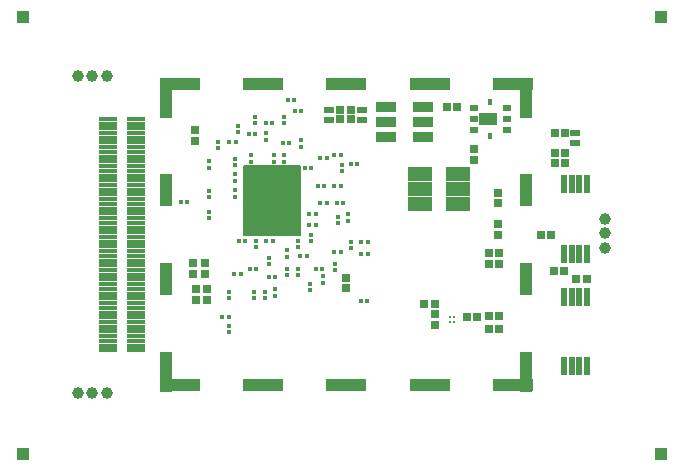
<source format=gbs>
G04 (created by PCBNEW (2013-07-07 BZR 4022)-stable) date 19/11/2015 00:50:25*
%MOIN*%
G04 Gerber Fmt 3.4, Leading zero omitted, Abs format*
%FSLAX34Y34*%
G01*
G70*
G90*
G04 APERTURE LIST*
%ADD10C,0.00590551*%
%ADD11R,0.0216535X0.0610236*%
%ADD12R,0.043137X0.043137*%
%ADD13R,0.0273X0.0273*%
%ADD14R,0.0177165X0.015748*%
%ADD15R,0.015748X0.0177165*%
%ADD16R,0.0645669X0.0401575*%
%ADD17R,0.015748X0.019685*%
%ADD18R,0.0275591X0.019685*%
%ADD19R,0.0803X0.0453*%
%ADD20C,0.0393701*%
%ADD21R,0.133858X0.0433071*%
%ADD22R,0.0433071X0.133858*%
%ADD23R,0.0433071X0.106299*%
%ADD24R,0.0606299X0.0129921*%
%ADD25R,0.0688976X0.0338583*%
%ADD26R,0.0337X0.0218*%
%ADD27C,0.0125984*%
%ADD28C,0.00787402*%
G04 APERTURE END LIST*
G54D10*
G54D11*
X79832Y-57696D03*
X79576Y-57696D03*
X79320Y-57696D03*
X79064Y-57696D03*
X79064Y-55374D03*
X79320Y-55374D03*
X79576Y-55374D03*
X79832Y-55374D03*
G54D12*
X61023Y-60629D03*
X61023Y-46062D03*
X82283Y-60629D03*
X82283Y-46062D03*
G54D13*
X67106Y-54606D03*
X67106Y-54252D03*
X66811Y-55118D03*
X66811Y-55472D03*
X67165Y-55118D03*
X67165Y-55472D03*
X76555Y-56023D03*
X76909Y-56023D03*
G54D14*
X67893Y-56348D03*
X67893Y-56564D03*
G54D11*
X79064Y-51633D03*
X79320Y-51633D03*
X79576Y-51633D03*
X79832Y-51633D03*
X79832Y-53956D03*
X79576Y-53956D03*
X79320Y-53956D03*
X79064Y-53956D03*
G54D14*
X67244Y-51840D03*
X67244Y-52057D03*
X69232Y-54084D03*
X69232Y-54301D03*
X69822Y-54045D03*
X69822Y-53828D03*
X69114Y-55423D03*
X69114Y-55206D03*
G54D15*
X67883Y-56062D03*
X67667Y-56062D03*
X69438Y-54724D03*
X69222Y-54724D03*
X66289Y-52204D03*
X66505Y-52204D03*
G54D14*
X71870Y-52844D03*
X71870Y-52627D03*
G54D15*
X70580Y-52618D03*
X70797Y-52618D03*
G54D14*
X68110Y-52037D03*
X68110Y-51820D03*
G54D15*
X68218Y-53523D03*
X68435Y-53523D03*
X69143Y-53523D03*
X69360Y-53523D03*
G54D14*
X67224Y-52765D03*
X67224Y-52549D03*
X70187Y-53730D03*
X70187Y-53513D03*
X70314Y-50383D03*
X70314Y-50167D03*
X68188Y-49891D03*
X68188Y-49675D03*
G54D15*
X70068Y-48818D03*
X69852Y-48818D03*
G54D14*
X69744Y-49596D03*
X69744Y-49379D03*
G54D15*
X72293Y-55511D03*
X72509Y-55511D03*
G54D14*
X68740Y-55206D03*
X68740Y-55423D03*
X70590Y-54950D03*
X70590Y-55167D03*
X70187Y-54438D03*
X70187Y-54655D03*
G54D15*
X72175Y-50964D03*
X71958Y-50964D03*
G54D14*
X71653Y-51190D03*
X71653Y-50974D03*
G54D15*
X71624Y-53897D03*
X71407Y-53897D03*
X72312Y-53956D03*
X72529Y-53956D03*
G54D14*
X71968Y-53769D03*
X71968Y-53553D03*
X71023Y-54911D03*
X71023Y-54694D03*
G54D15*
X70797Y-54448D03*
X71013Y-54448D03*
G54D14*
X67893Y-55423D03*
X67893Y-55206D03*
G54D15*
X71624Y-50669D03*
X71407Y-50669D03*
X70935Y-50767D03*
X71151Y-50767D03*
G54D14*
X69744Y-50659D03*
X69744Y-50875D03*
G54D15*
X69694Y-50255D03*
X69911Y-50255D03*
X68120Y-50216D03*
X67903Y-50216D03*
X70639Y-51082D03*
X70423Y-51082D03*
X71407Y-51673D03*
X71624Y-51673D03*
X71072Y-51673D03*
X70856Y-51673D03*
G54D14*
X67539Y-50423D03*
X67539Y-50206D03*
X68110Y-50777D03*
X68110Y-50994D03*
X69409Y-50659D03*
X69409Y-50875D03*
G54D15*
X69124Y-49586D03*
X69340Y-49586D03*
G54D14*
X71417Y-54498D03*
X71417Y-54281D03*
X68110Y-51505D03*
X68110Y-51289D03*
X67244Y-51072D03*
X67244Y-50856D03*
X68622Y-50659D03*
X68622Y-50875D03*
G54D15*
X68553Y-49940D03*
X68769Y-49940D03*
G54D14*
X68779Y-49379D03*
X68779Y-49596D03*
G54D15*
X70088Y-49173D03*
X70305Y-49173D03*
X71151Y-52263D03*
X70935Y-52263D03*
X71702Y-52263D03*
X71486Y-52263D03*
X70580Y-52992D03*
X70797Y-52992D03*
G54D14*
X69822Y-54438D03*
X69822Y-54655D03*
X68799Y-53730D03*
X68799Y-53513D03*
G54D15*
X68809Y-54468D03*
X68592Y-54468D03*
X68297Y-54606D03*
X68080Y-54606D03*
G54D13*
X76870Y-52263D03*
X76870Y-51909D03*
X75157Y-49055D03*
X75511Y-49055D03*
X76909Y-54291D03*
X76555Y-54291D03*
X76850Y-53306D03*
X76850Y-52952D03*
G54D14*
X71535Y-52923D03*
X71535Y-52706D03*
G54D13*
X66771Y-50177D03*
X66771Y-49823D03*
G54D14*
X69448Y-55344D03*
X69448Y-55127D03*
G54D13*
X71791Y-54744D03*
X71791Y-55098D03*
X66692Y-54606D03*
X66692Y-54252D03*
G54D15*
X70265Y-54015D03*
X70482Y-54015D03*
G54D13*
X79822Y-54803D03*
X79468Y-54803D03*
X78641Y-53307D03*
X78287Y-53307D03*
X79074Y-54527D03*
X78720Y-54527D03*
G54D14*
X69133Y-49931D03*
X69133Y-50147D03*
G54D15*
X72312Y-53562D03*
X72529Y-53562D03*
G54D14*
X70629Y-53316D03*
X70629Y-53533D03*
G54D13*
X76555Y-56437D03*
X76909Y-56437D03*
X78760Y-49921D03*
X79114Y-49921D03*
X76062Y-50806D03*
X76062Y-50452D03*
X76909Y-53917D03*
X76555Y-53917D03*
G54D16*
X76515Y-49448D03*
G54D17*
X76614Y-48877D03*
X76614Y-50019D03*
G54D18*
X77165Y-49822D03*
X77165Y-49448D03*
X77165Y-49074D03*
X76062Y-49074D03*
X76062Y-49448D03*
X76062Y-49822D03*
G54D19*
X75526Y-51790D03*
X74275Y-51290D03*
X74275Y-51790D03*
X74275Y-52290D03*
X75526Y-52290D03*
X75526Y-51290D03*
G54D20*
X80433Y-53267D03*
X80433Y-52795D03*
X80433Y-53740D03*
X63818Y-48031D03*
X63346Y-48031D03*
X62874Y-48031D03*
X62874Y-58582D03*
X63346Y-58582D03*
X63818Y-58582D03*
G54D21*
X71811Y-48287D03*
X71811Y-58326D03*
X77362Y-48287D03*
G54D22*
X77814Y-48740D03*
G54D21*
X66259Y-48287D03*
G54D22*
X65807Y-48740D03*
X77814Y-57874D03*
G54D21*
X77362Y-58326D03*
X66259Y-58326D03*
G54D22*
X65807Y-57874D03*
G54D21*
X74586Y-58326D03*
X69035Y-58326D03*
X69035Y-48287D03*
G54D23*
X65807Y-54783D03*
X65807Y-51830D03*
X77814Y-54783D03*
X77814Y-51830D03*
G54D21*
X74586Y-48287D03*
G54D24*
X64791Y-53543D03*
X64791Y-53858D03*
X64791Y-53700D03*
X64791Y-54015D03*
X64791Y-54645D03*
X64791Y-54488D03*
X64791Y-54173D03*
X64791Y-54330D03*
X64791Y-55905D03*
X64791Y-55748D03*
X64791Y-55433D03*
X64791Y-55590D03*
X64791Y-54960D03*
X64791Y-54803D03*
X64791Y-55118D03*
X64791Y-55275D03*
X64791Y-56535D03*
X64791Y-56377D03*
X64791Y-56062D03*
X64791Y-56220D03*
X64791Y-56850D03*
X64791Y-56692D03*
X64791Y-57007D03*
X64791Y-57165D03*
X63870Y-55433D03*
X63870Y-55275D03*
X63870Y-54960D03*
X63870Y-55118D03*
X63870Y-56692D03*
X63870Y-56535D03*
X63870Y-56220D03*
X63870Y-56377D03*
X63870Y-55748D03*
X63870Y-55590D03*
X63870Y-55905D03*
X63870Y-56062D03*
X63870Y-57165D03*
X63870Y-56850D03*
X63870Y-57007D03*
X64791Y-53385D03*
X63870Y-54488D03*
X63870Y-54330D03*
X63870Y-54015D03*
X63870Y-54173D03*
X63870Y-54803D03*
X63870Y-54645D03*
X63870Y-53543D03*
X63870Y-53385D03*
X63870Y-53700D03*
X63870Y-53858D03*
X63870Y-50078D03*
X63870Y-49921D03*
X63870Y-49606D03*
X63870Y-49763D03*
X64791Y-50078D03*
X64791Y-49921D03*
X64791Y-49606D03*
X64791Y-49763D03*
X64791Y-49448D03*
X63870Y-49448D03*
X63870Y-50708D03*
X63870Y-50551D03*
X63870Y-50236D03*
X63870Y-50393D03*
X64791Y-50708D03*
X64791Y-50551D03*
X64791Y-50236D03*
X64791Y-50393D03*
X63870Y-51968D03*
X63870Y-51811D03*
X63870Y-51496D03*
X63870Y-51653D03*
X64791Y-51968D03*
X64791Y-51811D03*
X64791Y-51496D03*
X64791Y-51653D03*
X64791Y-51023D03*
X64791Y-50866D03*
X64791Y-51181D03*
X64791Y-51338D03*
X63870Y-51023D03*
X63870Y-50866D03*
X63870Y-51181D03*
X63870Y-51338D03*
X63870Y-52598D03*
X63870Y-52440D03*
X63870Y-52125D03*
X63870Y-52283D03*
X64791Y-52598D03*
X64791Y-52440D03*
X64791Y-52125D03*
X64791Y-52283D03*
X64791Y-52913D03*
X64791Y-52755D03*
X64791Y-53070D03*
X64791Y-53228D03*
X63870Y-52913D03*
X63870Y-52755D03*
X63870Y-53070D03*
X63870Y-53228D03*
G54D25*
X73124Y-49057D03*
X73124Y-50057D03*
X74375Y-49057D03*
X74375Y-50057D03*
X74375Y-49557D03*
X73124Y-49557D03*
G54D13*
X71614Y-49468D03*
X71968Y-49468D03*
X71614Y-49153D03*
X71968Y-49153D03*
G54D26*
X71240Y-49481D03*
X71240Y-49141D03*
X72342Y-49481D03*
X72342Y-49141D03*
G54D13*
X79114Y-50571D03*
X79114Y-50925D03*
X78779Y-50571D03*
X78779Y-50925D03*
G54D26*
X79448Y-50268D03*
X79448Y-49928D03*
G54D13*
X75826Y-56062D03*
X76180Y-56062D03*
X74763Y-55964D03*
X74763Y-56318D03*
X74409Y-55610D03*
X74763Y-55610D03*
G54D27*
X75255Y-56062D03*
X75255Y-56220D03*
X75413Y-56220D03*
X75413Y-56062D03*
G54D10*
G36*
X70275Y-53307D02*
X68385Y-53307D01*
X68385Y-51023D01*
X70275Y-51023D01*
X70275Y-53307D01*
X70275Y-53307D01*
G37*
G54D28*
X70275Y-53307D02*
X68385Y-53307D01*
X68385Y-51023D01*
X70275Y-51023D01*
X70275Y-53307D01*
M02*

</source>
